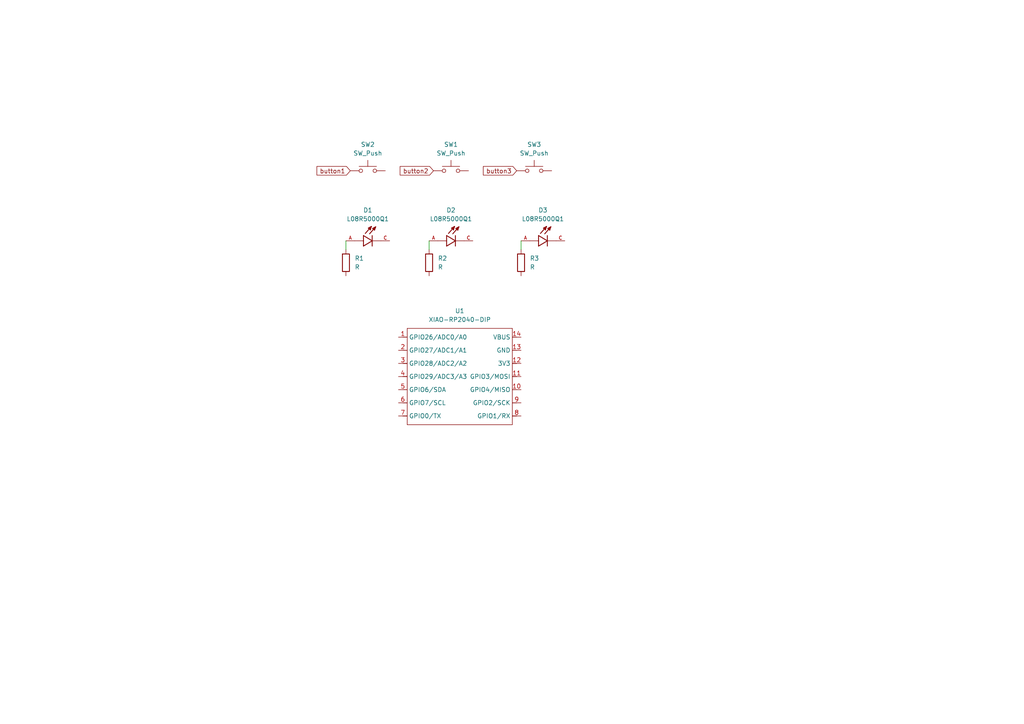
<source format=kicad_sch>
(kicad_sch
	(version 20250114)
	(generator "eeschema")
	(generator_version "9.0")
	(uuid "0b894cb9-cbc0-4cbc-8e23-113b71006e64")
	(paper "A4")
	(lib_symbols
		(symbol "Device:R"
			(pin_numbers
				(hide yes)
			)
			(pin_names
				(offset 0)
			)
			(exclude_from_sim no)
			(in_bom yes)
			(on_board yes)
			(property "Reference" "R"
				(at 2.032 0 90)
				(effects
					(font
						(size 1.27 1.27)
					)
				)
			)
			(property "Value" "R"
				(at 0 0 90)
				(effects
					(font
						(size 1.27 1.27)
					)
				)
			)
			(property "Footprint" ""
				(at -1.778 0 90)
				(effects
					(font
						(size 1.27 1.27)
					)
					(hide yes)
				)
			)
			(property "Datasheet" "~"
				(at 0 0 0)
				(effects
					(font
						(size 1.27 1.27)
					)
					(hide yes)
				)
			)
			(property "Description" "Resistor"
				(at 0 0 0)
				(effects
					(font
						(size 1.27 1.27)
					)
					(hide yes)
				)
			)
			(property "ki_keywords" "R res resistor"
				(at 0 0 0)
				(effects
					(font
						(size 1.27 1.27)
					)
					(hide yes)
				)
			)
			(property "ki_fp_filters" "R_*"
				(at 0 0 0)
				(effects
					(font
						(size 1.27 1.27)
					)
					(hide yes)
				)
			)
			(symbol "R_0_1"
				(rectangle
					(start -1.016 -2.54)
					(end 1.016 2.54)
					(stroke
						(width 0.254)
						(type default)
					)
					(fill
						(type none)
					)
				)
			)
			(symbol "R_1_1"
				(pin passive line
					(at 0 3.81 270)
					(length 1.27)
					(name "~"
						(effects
							(font
								(size 1.27 1.27)
							)
						)
					)
					(number "1"
						(effects
							(font
								(size 1.27 1.27)
							)
						)
					)
				)
				(pin passive line
					(at 0 -3.81 90)
					(length 1.27)
					(name "~"
						(effects
							(font
								(size 1.27 1.27)
							)
						)
					)
					(number "2"
						(effects
							(font
								(size 1.27 1.27)
							)
						)
					)
				)
			)
			(embedded_fonts no)
		)
		(symbol "L08R5000Q1:L08R5000Q1"
			(pin_names
				(offset 1.016)
			)
			(exclude_from_sim no)
			(in_bom yes)
			(on_board yes)
			(property "Reference" "D"
				(at -3.0988 4.4958 0)
				(effects
					(font
						(size 1.27 1.27)
					)
					(justify left bottom)
				)
			)
			(property "Value" "L08R5000Q1"
				(at -3.556 -3.302 0)
				(effects
					(font
						(size 1.27 1.27)
					)
					(justify left bottom)
				)
			)
			(property "Footprint" "L08R5000Q1:LEDRD254W57D500H1070"
				(at 0 0 0)
				(effects
					(font
						(size 1.27 1.27)
					)
					(justify bottom)
					(hide yes)
				)
			)
			(property "Datasheet" ""
				(at 0 0 0)
				(effects
					(font
						(size 1.27 1.27)
					)
					(hide yes)
				)
			)
			(property "Description" ""
				(at 0 0 0)
				(effects
					(font
						(size 1.27 1.27)
					)
					(hide yes)
				)
			)
			(property "MF" "LED Technology"
				(at 0 0 0)
				(effects
					(font
						(size 1.27 1.27)
					)
					(justify bottom)
					(hide yes)
				)
			)
			(property "MAXIMUM_PACKAGE_HEIGHT" "10.7mm"
				(at 0 0 0)
				(effects
					(font
						(size 1.27 1.27)
					)
					(justify bottom)
					(hide yes)
				)
			)
			(property "Package" "None"
				(at 0 0 0)
				(effects
					(font
						(size 1.27 1.27)
					)
					(justify bottom)
					(hide yes)
				)
			)
			(property "Price" "None"
				(at 0 0 0)
				(effects
					(font
						(size 1.27 1.27)
					)
					(justify bottom)
					(hide yes)
				)
			)
			(property "Check_prices" "https://www.snapeda.com/parts/L08R5000Q1/LED+Technology/view-part/?ref=eda"
				(at 0 0 0)
				(effects
					(font
						(size 1.27 1.27)
					)
					(justify bottom)
					(hide yes)
				)
			)
			(property "STANDARD" "IPC-7351B"
				(at 0 0 0)
				(effects
					(font
						(size 1.27 1.27)
					)
					(justify bottom)
					(hide yes)
				)
			)
			(property "PARTREV" "NA"
				(at 0 0 0)
				(effects
					(font
						(size 1.27 1.27)
					)
					(justify bottom)
					(hide yes)
				)
			)
			(property "SnapEDA_Link" "https://www.snapeda.com/parts/L08R5000Q1/LED+Technology/view-part/?ref=snap"
				(at 0 0 0)
				(effects
					(font
						(size 1.27 1.27)
					)
					(justify bottom)
					(hide yes)
				)
			)
			(property "MP" "L08R5000Q1"
				(at 0 0 0)
				(effects
					(font
						(size 1.27 1.27)
					)
					(justify bottom)
					(hide yes)
				)
			)
			(property "Description_1" "LED, 5MM, ORANGE; LED / Lamp Size: 5mm / T-1 3/4; LED Colour: Orange; Typ Luminous Intensity: 4.3mcd; Viewing Angle: ..."
				(at 0 0 0)
				(effects
					(font
						(size 1.27 1.27)
					)
					(justify bottom)
					(hide yes)
				)
			)
			(property "Availability" "Not in stock"
				(at 0 0 0)
				(effects
					(font
						(size 1.27 1.27)
					)
					(justify bottom)
					(hide yes)
				)
			)
			(property "MANUFACTURER" "LED TECHNOLOGY"
				(at 0 0 0)
				(effects
					(font
						(size 1.27 1.27)
					)
					(justify bottom)
					(hide yes)
				)
			)
			(symbol "L08R5000Q1_0_0"
				(polyline
					(pts
						(xy -2.54 1.524) (xy -2.54 0)
					)
					(stroke
						(width 0.254)
						(type default)
					)
					(fill
						(type none)
					)
				)
				(polyline
					(pts
						(xy -2.54 0) (xy -5.08 0)
					)
					(stroke
						(width 0.1524)
						(type default)
					)
					(fill
						(type none)
					)
				)
				(polyline
					(pts
						(xy -2.54 0) (xy -2.54 -1.524)
					)
					(stroke
						(width 0.254)
						(type default)
					)
					(fill
						(type none)
					)
				)
				(polyline
					(pts
						(xy -2.54 -1.524) (xy 0 0)
					)
					(stroke
						(width 0.254)
						(type default)
					)
					(fill
						(type none)
					)
				)
				(polyline
					(pts
						(xy -1.1176 3.683) (xy -0.2286 4.1656)
					)
					(stroke
						(width 0.254)
						(type default)
					)
					(fill
						(type none)
					)
				)
				(polyline
					(pts
						(xy -0.9398 3.6068) (xy -0.7112 3.7592)
					)
					(stroke
						(width 0.254)
						(type default)
					)
					(fill
						(type none)
					)
				)
				(polyline
					(pts
						(xy -0.5588 3.2004) (xy -1.1176 3.683)
					)
					(stroke
						(width 0.254)
						(type default)
					)
					(fill
						(type none)
					)
				)
				(polyline
					(pts
						(xy -0.5588 3.2004) (xy -0.5334 3.937)
					)
					(stroke
						(width 0.254)
						(type default)
					)
					(fill
						(type none)
					)
				)
				(polyline
					(pts
						(xy -0.5334 3.937) (xy -0.6604 3.937)
					)
					(stroke
						(width 0.254)
						(type default)
					)
					(fill
						(type none)
					)
				)
				(polyline
					(pts
						(xy -0.2286 4.1656) (xy -2.0066 2.1336)
					)
					(stroke
						(width 0.254)
						(type default)
					)
					(fill
						(type none)
					)
				)
				(polyline
					(pts
						(xy -0.2286 4.1656) (xy -0.5588 3.2004)
					)
					(stroke
						(width 0.254)
						(type default)
					)
					(fill
						(type none)
					)
				)
				(polyline
					(pts
						(xy 0 1.524) (xy 0 0)
					)
					(stroke
						(width 0.254)
						(type default)
					)
					(fill
						(type none)
					)
				)
				(polyline
					(pts
						(xy 0 0) (xy -2.54 1.524)
					)
					(stroke
						(width 0.254)
						(type default)
					)
					(fill
						(type none)
					)
				)
				(polyline
					(pts
						(xy 0 0) (xy 0 -1.524)
					)
					(stroke
						(width 0.254)
						(type default)
					)
					(fill
						(type none)
					)
				)
				(polyline
					(pts
						(xy 0.127 3.5814) (xy 1.016 4.064)
					)
					(stroke
						(width 0.254)
						(type default)
					)
					(fill
						(type none)
					)
				)
				(polyline
					(pts
						(xy 0.3048 3.5052) (xy 0.5334 3.6576)
					)
					(stroke
						(width 0.254)
						(type default)
					)
					(fill
						(type none)
					)
				)
				(polyline
					(pts
						(xy 0.6858 3.0988) (xy 0.127 3.5814)
					)
					(stroke
						(width 0.254)
						(type default)
					)
					(fill
						(type none)
					)
				)
				(polyline
					(pts
						(xy 0.6858 3.0988) (xy 0.7112 3.8354)
					)
					(stroke
						(width 0.254)
						(type default)
					)
					(fill
						(type none)
					)
				)
				(polyline
					(pts
						(xy 0.7112 3.8354) (xy 0.5842 3.8354)
					)
					(stroke
						(width 0.254)
						(type default)
					)
					(fill
						(type none)
					)
				)
				(polyline
					(pts
						(xy 1.016 4.064) (xy -0.762 2.032)
					)
					(stroke
						(width 0.254)
						(type default)
					)
					(fill
						(type none)
					)
				)
				(polyline
					(pts
						(xy 1.016 4.064) (xy 0.6858 3.0988)
					)
					(stroke
						(width 0.254)
						(type default)
					)
					(fill
						(type none)
					)
				)
				(polyline
					(pts
						(xy 2.54 0) (xy 0 0)
					)
					(stroke
						(width 0.1524)
						(type default)
					)
					(fill
						(type none)
					)
				)
				(pin passive line
					(at -7.62 0 0)
					(length 2.54)
					(name "~"
						(effects
							(font
								(size 1.016 1.016)
							)
						)
					)
					(number "A"
						(effects
							(font
								(size 1.016 1.016)
							)
						)
					)
				)
				(pin passive line
					(at 5.08 0 180)
					(length 2.54)
					(name "~"
						(effects
							(font
								(size 1.016 1.016)
							)
						)
					)
					(number "C"
						(effects
							(font
								(size 1.016 1.016)
							)
						)
					)
				)
			)
			(embedded_fonts no)
		)
		(symbol "SW_Push_1"
			(pin_numbers
				(hide yes)
			)
			(pin_names
				(offset 1.016)
				(hide yes)
			)
			(exclude_from_sim no)
			(in_bom yes)
			(on_board yes)
			(property "Reference" "SW"
				(at 1.27 2.54 0)
				(effects
					(font
						(size 1.27 1.27)
					)
					(justify left)
				)
			)
			(property "Value" "SW_Push"
				(at 0 -1.524 0)
				(effects
					(font
						(size 1.27 1.27)
					)
				)
			)
			(property "Footprint" ""
				(at 0 5.08 0)
				(effects
					(font
						(size 1.27 1.27)
					)
					(hide yes)
				)
			)
			(property "Datasheet" "~"
				(at 0 5.08 0)
				(effects
					(font
						(size 1.27 1.27)
					)
					(hide yes)
				)
			)
			(property "Description" "Push button switch, generic, two pins"
				(at 0 0 0)
				(effects
					(font
						(size 1.27 1.27)
					)
					(hide yes)
				)
			)
			(property "ki_keywords" "switch normally-open pushbutton push-button"
				(at 0 0 0)
				(effects
					(font
						(size 1.27 1.27)
					)
					(hide yes)
				)
			)
			(symbol "SW_Push_1_0_1"
				(circle
					(center -2.032 0)
					(radius 0.508)
					(stroke
						(width 0)
						(type default)
					)
					(fill
						(type none)
					)
				)
				(polyline
					(pts
						(xy 0 1.27) (xy 0 3.048)
					)
					(stroke
						(width 0)
						(type default)
					)
					(fill
						(type none)
					)
				)
				(circle
					(center 2.032 0)
					(radius 0.508)
					(stroke
						(width 0)
						(type default)
					)
					(fill
						(type none)
					)
				)
				(polyline
					(pts
						(xy 2.54 1.27) (xy -2.54 1.27)
					)
					(stroke
						(width 0)
						(type default)
					)
					(fill
						(type none)
					)
				)
				(pin passive line
					(at -5.08 0 0)
					(length 2.54)
					(name "1"
						(effects
							(font
								(size 1.27 1.27)
							)
						)
					)
					(number "1"
						(effects
							(font
								(size 1.27 1.27)
							)
						)
					)
				)
				(pin passive line
					(at 5.08 0 180)
					(length 2.54)
					(name "2"
						(effects
							(font
								(size 1.27 1.27)
							)
						)
					)
					(number "2"
						(effects
							(font
								(size 1.27 1.27)
							)
						)
					)
				)
			)
			(embedded_fonts no)
		)
		(symbol "Seeed_Studio_XIAO_Series:XIAO-RP2040-DIP"
			(exclude_from_sim no)
			(in_bom yes)
			(on_board yes)
			(property "Reference" "U"
				(at 0 0 0)
				(effects
					(font
						(size 1.27 1.27)
					)
				)
			)
			(property "Value" "XIAO-RP2040-DIP"
				(at 5.334 -1.778 0)
				(effects
					(font
						(size 1.27 1.27)
					)
				)
			)
			(property "Footprint" "Module:MOUDLE14P-XIAO-DIP-SMD"
				(at 14.478 -32.258 0)
				(effects
					(font
						(size 1.27 1.27)
					)
					(hide yes)
				)
			)
			(property "Datasheet" ""
				(at 0 0 0)
				(effects
					(font
						(size 1.27 1.27)
					)
					(hide yes)
				)
			)
			(property "Description" ""
				(at 0 0 0)
				(effects
					(font
						(size 1.27 1.27)
					)
					(hide yes)
				)
			)
			(symbol "XIAO-RP2040-DIP_1_0"
				(polyline
					(pts
						(xy -1.27 -2.54) (xy 29.21 -2.54)
					)
					(stroke
						(width 0.1524)
						(type solid)
					)
					(fill
						(type none)
					)
				)
				(polyline
					(pts
						(xy -1.27 -5.08) (xy -2.54 -5.08)
					)
					(stroke
						(width 0.1524)
						(type solid)
					)
					(fill
						(type none)
					)
				)
				(polyline
					(pts
						(xy -1.27 -5.08) (xy -1.27 -2.54)
					)
					(stroke
						(width 0.1524)
						(type solid)
					)
					(fill
						(type none)
					)
				)
				(polyline
					(pts
						(xy -1.27 -8.89) (xy -2.54 -8.89)
					)
					(stroke
						(width 0.1524)
						(type solid)
					)
					(fill
						(type none)
					)
				)
				(polyline
					(pts
						(xy -1.27 -8.89) (xy -1.27 -5.08)
					)
					(stroke
						(width 0.1524)
						(type solid)
					)
					(fill
						(type none)
					)
				)
				(polyline
					(pts
						(xy -1.27 -12.7) (xy -2.54 -12.7)
					)
					(stroke
						(width 0.1524)
						(type solid)
					)
					(fill
						(type none)
					)
				)
				(polyline
					(pts
						(xy -1.27 -12.7) (xy -1.27 -8.89)
					)
					(stroke
						(width 0.1524)
						(type solid)
					)
					(fill
						(type none)
					)
				)
				(polyline
					(pts
						(xy -1.27 -16.51) (xy -2.54 -16.51)
					)
					(stroke
						(width 0.1524)
						(type solid)
					)
					(fill
						(type none)
					)
				)
				(polyline
					(pts
						(xy -1.27 -16.51) (xy -1.27 -12.7)
					)
					(stroke
						(width 0.1524)
						(type solid)
					)
					(fill
						(type none)
					)
				)
				(polyline
					(pts
						(xy -1.27 -20.32) (xy -2.54 -20.32)
					)
					(stroke
						(width 0.1524)
						(type solid)
					)
					(fill
						(type none)
					)
				)
				(polyline
					(pts
						(xy -1.27 -24.13) (xy -2.54 -24.13)
					)
					(stroke
						(width 0.1524)
						(type solid)
					)
					(fill
						(type none)
					)
				)
				(polyline
					(pts
						(xy -1.27 -27.94) (xy -2.54 -27.94)
					)
					(stroke
						(width 0.1524)
						(type solid)
					)
					(fill
						(type none)
					)
				)
				(polyline
					(pts
						(xy -1.27 -30.48) (xy -1.27 -16.51)
					)
					(stroke
						(width 0.1524)
						(type solid)
					)
					(fill
						(type none)
					)
				)
				(polyline
					(pts
						(xy 29.21 -2.54) (xy 29.21 -5.08)
					)
					(stroke
						(width 0.1524)
						(type solid)
					)
					(fill
						(type none)
					)
				)
				(polyline
					(pts
						(xy 29.21 -5.08) (xy 29.21 -8.89)
					)
					(stroke
						(width 0.1524)
						(type solid)
					)
					(fill
						(type none)
					)
				)
				(polyline
					(pts
						(xy 29.21 -8.89) (xy 29.21 -12.7)
					)
					(stroke
						(width 0.1524)
						(type solid)
					)
					(fill
						(type none)
					)
				)
				(polyline
					(pts
						(xy 29.21 -12.7) (xy 29.21 -30.48)
					)
					(stroke
						(width 0.1524)
						(type solid)
					)
					(fill
						(type none)
					)
				)
				(polyline
					(pts
						(xy 29.21 -30.48) (xy -1.27 -30.48)
					)
					(stroke
						(width 0.1524)
						(type solid)
					)
					(fill
						(type none)
					)
				)
				(polyline
					(pts
						(xy 30.48 -5.08) (xy 29.21 -5.08)
					)
					(stroke
						(width 0.1524)
						(type solid)
					)
					(fill
						(type none)
					)
				)
				(polyline
					(pts
						(xy 30.48 -8.89) (xy 29.21 -8.89)
					)
					(stroke
						(width 0.1524)
						(type solid)
					)
					(fill
						(type none)
					)
				)
				(polyline
					(pts
						(xy 30.48 -12.7) (xy 29.21 -12.7)
					)
					(stroke
						(width 0.1524)
						(type solid)
					)
					(fill
						(type none)
					)
				)
				(polyline
					(pts
						(xy 30.48 -16.51) (xy 29.21 -16.51)
					)
					(stroke
						(width 0.1524)
						(type solid)
					)
					(fill
						(type none)
					)
				)
				(polyline
					(pts
						(xy 30.48 -20.32) (xy 29.21 -20.32)
					)
					(stroke
						(width 0.1524)
						(type solid)
					)
					(fill
						(type none)
					)
				)
				(polyline
					(pts
						(xy 30.48 -24.13) (xy 29.21 -24.13)
					)
					(stroke
						(width 0.1524)
						(type solid)
					)
					(fill
						(type none)
					)
				)
				(polyline
					(pts
						(xy 30.48 -27.94) (xy 29.21 -27.94)
					)
					(stroke
						(width 0.1524)
						(type solid)
					)
					(fill
						(type none)
					)
				)
				(pin passive line
					(at -3.81 -5.08 0)
					(length 2.54)
					(name "GPIO26/ADC0/A0"
						(effects
							(font
								(size 1.27 1.27)
							)
						)
					)
					(number "1"
						(effects
							(font
								(size 1.27 1.27)
							)
						)
					)
				)
				(pin passive line
					(at -3.81 -8.89 0)
					(length 2.54)
					(name "GPIO27/ADC1/A1"
						(effects
							(font
								(size 1.27 1.27)
							)
						)
					)
					(number "2"
						(effects
							(font
								(size 1.27 1.27)
							)
						)
					)
				)
				(pin passive line
					(at -3.81 -12.7 0)
					(length 2.54)
					(name "GPIO28/ADC2/A2"
						(effects
							(font
								(size 1.27 1.27)
							)
						)
					)
					(number "3"
						(effects
							(font
								(size 1.27 1.27)
							)
						)
					)
				)
				(pin passive line
					(at -3.81 -16.51 0)
					(length 2.54)
					(name "GPIO29/ADC3/A3"
						(effects
							(font
								(size 1.27 1.27)
							)
						)
					)
					(number "4"
						(effects
							(font
								(size 1.27 1.27)
							)
						)
					)
				)
				(pin passive line
					(at -3.81 -20.32 0)
					(length 2.54)
					(name "GPIO6/SDA"
						(effects
							(font
								(size 1.27 1.27)
							)
						)
					)
					(number "5"
						(effects
							(font
								(size 1.27 1.27)
							)
						)
					)
				)
				(pin passive line
					(at -3.81 -24.13 0)
					(length 2.54)
					(name "GPIO7/SCL"
						(effects
							(font
								(size 1.27 1.27)
							)
						)
					)
					(number "6"
						(effects
							(font
								(size 1.27 1.27)
							)
						)
					)
				)
				(pin passive line
					(at -3.81 -27.94 0)
					(length 2.54)
					(name "GPIO0/TX"
						(effects
							(font
								(size 1.27 1.27)
							)
						)
					)
					(number "7"
						(effects
							(font
								(size 1.27 1.27)
							)
						)
					)
				)
				(pin passive line
					(at 31.75 -5.08 180)
					(length 2.54)
					(name "VBUS"
						(effects
							(font
								(size 1.27 1.27)
							)
						)
					)
					(number "14"
						(effects
							(font
								(size 1.27 1.27)
							)
						)
					)
				)
				(pin passive line
					(at 31.75 -8.89 180)
					(length 2.54)
					(name "GND"
						(effects
							(font
								(size 1.27 1.27)
							)
						)
					)
					(number "13"
						(effects
							(font
								(size 1.27 1.27)
							)
						)
					)
				)
				(pin passive line
					(at 31.75 -12.7 180)
					(length 2.54)
					(name "3V3"
						(effects
							(font
								(size 1.27 1.27)
							)
						)
					)
					(number "12"
						(effects
							(font
								(size 1.27 1.27)
							)
						)
					)
				)
				(pin passive line
					(at 31.75 -16.51 180)
					(length 2.54)
					(name "GPIO3/MOSI"
						(effects
							(font
								(size 1.27 1.27)
							)
						)
					)
					(number "11"
						(effects
							(font
								(size 1.27 1.27)
							)
						)
					)
				)
				(pin passive line
					(at 31.75 -20.32 180)
					(length 2.54)
					(name "GPIO4/MISO"
						(effects
							(font
								(size 1.27 1.27)
							)
						)
					)
					(number "10"
						(effects
							(font
								(size 1.27 1.27)
							)
						)
					)
				)
				(pin passive line
					(at 31.75 -24.13 180)
					(length 2.54)
					(name "GPIO2/SCK"
						(effects
							(font
								(size 1.27 1.27)
							)
						)
					)
					(number "9"
						(effects
							(font
								(size 1.27 1.27)
							)
						)
					)
				)
				(pin passive line
					(at 31.75 -27.94 180)
					(length 2.54)
					(name "GPIO1/RX"
						(effects
							(font
								(size 1.27 1.27)
							)
						)
					)
					(number "8"
						(effects
							(font
								(size 1.27 1.27)
							)
						)
					)
				)
			)
			(embedded_fonts no)
		)
		(symbol "Switch:SW_Push"
			(pin_numbers
				(hide yes)
			)
			(pin_names
				(offset 1.016)
				(hide yes)
			)
			(exclude_from_sim no)
			(in_bom yes)
			(on_board yes)
			(property "Reference" "SW"
				(at 1.27 2.54 0)
				(effects
					(font
						(size 1.27 1.27)
					)
					(justify left)
				)
			)
			(property "Value" "SW_Push"
				(at 0 -1.524 0)
				(effects
					(font
						(size 1.27 1.27)
					)
				)
			)
			(property "Footprint" ""
				(at 0 5.08 0)
				(effects
					(font
						(size 1.27 1.27)
					)
					(hide yes)
				)
			)
			(property "Datasheet" "~"
				(at 0 5.08 0)
				(effects
					(font
						(size 1.27 1.27)
					)
					(hide yes)
				)
			)
			(property "Description" "Push button switch, generic, two pins"
				(at 0 0 0)
				(effects
					(font
						(size 1.27 1.27)
					)
					(hide yes)
				)
			)
			(property "ki_keywords" "switch normally-open pushbutton push-button"
				(at 0 0 0)
				(effects
					(font
						(size 1.27 1.27)
					)
					(hide yes)
				)
			)
			(symbol "SW_Push_0_1"
				(circle
					(center -2.032 0)
					(radius 0.508)
					(stroke
						(width 0)
						(type default)
					)
					(fill
						(type none)
					)
				)
				(polyline
					(pts
						(xy 0 1.27) (xy 0 3.048)
					)
					(stroke
						(width 0)
						(type default)
					)
					(fill
						(type none)
					)
				)
				(circle
					(center 2.032 0)
					(radius 0.508)
					(stroke
						(width 0)
						(type default)
					)
					(fill
						(type none)
					)
				)
				(polyline
					(pts
						(xy 2.54 1.27) (xy -2.54 1.27)
					)
					(stroke
						(width 0)
						(type default)
					)
					(fill
						(type none)
					)
				)
				(pin passive line
					(at -5.08 0 0)
					(length 2.54)
					(name "1"
						(effects
							(font
								(size 1.27 1.27)
							)
						)
					)
					(number "1"
						(effects
							(font
								(size 1.27 1.27)
							)
						)
					)
				)
				(pin passive line
					(at 5.08 0 180)
					(length 2.54)
					(name "2"
						(effects
							(font
								(size 1.27 1.27)
							)
						)
					)
					(number "2"
						(effects
							(font
								(size 1.27 1.27)
							)
						)
					)
				)
			)
			(embedded_fonts no)
		)
	)
	(wire
		(pts
			(xy 100.33 69.85) (xy 100.33 72.39)
		)
		(stroke
			(width 0)
			(type default)
		)
		(uuid "2ef10d52-c201-4d5a-be68-19410c2aa286")
	)
	(wire
		(pts
			(xy 151.13 69.85) (xy 151.13 72.39)
		)
		(stroke
			(width 0)
			(type default)
		)
		(uuid "5876e5c5-38cf-40ad-b486-cf36e2ec9187")
	)
	(wire
		(pts
			(xy 124.46 69.85) (xy 124.46 72.39)
		)
		(stroke
			(width 0)
			(type default)
		)
		(uuid "d9cf546b-6ee2-4d9f-8e4f-e9fe6f5abbc1")
	)
	(global_label "button3"
		(shape input)
		(at 149.86 49.53 180)
		(fields_autoplaced yes)
		(effects
			(font
				(size 1.27 1.27)
			)
			(justify right)
		)
		(uuid "910ff241-2dbb-4701-bec5-8a9410f75dfc")
		(property "Intersheetrefs" "${INTERSHEET_REFS}"
			(at 139.6179 49.53 0)
			(effects
				(font
					(size 1.27 1.27)
				)
				(justify right)
				(hide yes)
			)
		)
	)
	(global_label "button1"
		(shape input)
		(at 101.6 49.53 180)
		(fields_autoplaced yes)
		(effects
			(font
				(size 1.27 1.27)
			)
			(justify right)
		)
		(uuid "addde4ae-e2ea-4d2d-9da6-3d9c2c0cb7bd")
		(property "Intersheetrefs" "${INTERSHEET_REFS}"
			(at 91.3579 49.53 0)
			(effects
				(font
					(size 1.27 1.27)
				)
				(justify right)
				(hide yes)
			)
		)
	)
	(global_label "button2"
		(shape input)
		(at 125.73 49.53 180)
		(fields_autoplaced yes)
		(effects
			(font
				(size 1.27 1.27)
			)
			(justify right)
		)
		(uuid "b396e619-ff45-4e01-808f-a1b4fcf37a66")
		(property "Intersheetrefs" "${INTERSHEET_REFS}"
			(at 115.4879 49.53 0)
			(effects
				(font
					(size 1.27 1.27)
				)
				(justify right)
				(hide yes)
			)
		)
	)
	(symbol
		(lib_id "L08R5000Q1:L08R5000Q1")
		(at 107.95 69.85 0)
		(unit 1)
		(exclude_from_sim no)
		(in_bom yes)
		(on_board yes)
		(dnp no)
		(fields_autoplaced yes)
		(uuid "0438bc1c-b56e-4808-b3c7-f14065074a42")
		(property "Reference" "D1"
			(at 106.68 60.96 0)
			(effects
				(font
					(size 1.27 1.27)
				)
			)
		)
		(property "Value" "L08R5000Q1"
			(at 106.68 63.5 0)
			(effects
				(font
					(size 1.27 1.27)
				)
			)
		)
		(property "Footprint" "L08R5000Q1:LEDRD254W57D500H1070"
			(at 107.95 69.85 0)
			(effects
				(font
					(size 1.27 1.27)
				)
				(justify bottom)
				(hide yes)
			)
		)
		(property "Datasheet" ""
			(at 107.95 69.85 0)
			(effects
				(font
					(size 1.27 1.27)
				)
				(hide yes)
			)
		)
		(property "Description" ""
			(at 107.95 69.85 0)
			(effects
				(font
					(size 1.27 1.27)
				)
				(hide yes)
			)
		)
		(property "MF" "LED Technology"
			(at 107.95 69.85 0)
			(effects
				(font
					(size 1.27 1.27)
				)
				(justify bottom)
				(hide yes)
			)
		)
		(property "MAXIMUM_PACKAGE_HEIGHT" "10.7mm"
			(at 107.95 69.85 0)
			(effects
				(font
					(size 1.27 1.27)
				)
				(justify bottom)
				(hide yes)
			)
		)
		(property "Package" "None"
			(at 107.95 69.85 0)
			(effects
				(font
					(size 1.27 1.27)
				)
				(justify bottom)
				(hide yes)
			)
		)
		(property "Price" "None"
			(at 107.95 69.85 0)
			(effects
				(font
					(size 1.27 1.27)
				)
				(justify bottom)
				(hide yes)
			)
		)
		(property "Check_prices" "https://www.snapeda.com/parts/L08R5000Q1/LED+Technology/view-part/?ref=eda"
			(at 107.95 69.85 0)
			(effects
				(font
					(size 1.27 1.27)
				)
				(justify bottom)
				(hide yes)
			)
		)
		(property "STANDARD" "IPC-7351B"
			(at 107.95 69.85 0)
			(effects
				(font
					(size 1.27 1.27)
				)
				(justify bottom)
				(hide yes)
			)
		)
		(property "PARTREV" "NA"
			(at 107.95 69.85 0)
			(effects
				(font
					(size 1.27 1.27)
				)
				(justify bottom)
				(hide yes)
			)
		)
		(property "SnapEDA_Link" "https://www.snapeda.com/parts/L08R5000Q1/LED+Technology/view-part/?ref=snap"
			(at 107.95 69.85 0)
			(effects
				(font
					(size 1.27 1.27)
				)
				(justify bottom)
				(hide yes)
			)
		)
		(property "MP" "L08R5000Q1"
			(at 107.95 69.85 0)
			(effects
				(font
					(size 1.27 1.27)
				)
				(justify bottom)
				(hide yes)
			)
		)
		(property "Description_1" "LED, 5MM, ORANGE; LED / Lamp Size: 5mm / T-1 3/4; LED Colour: Orange; Typ Luminous Intensity: 4.3mcd; Viewing Angle: ..."
			(at 107.95 69.85 0)
			(effects
				(font
					(size 1.27 1.27)
				)
				(justify bottom)
				(hide yes)
			)
		)
		(property "Availability" "Not in stock"
			(at 107.95 69.85 0)
			(effects
				(font
					(size 1.27 1.27)
				)
				(justify bottom)
				(hide yes)
			)
		)
		(property "MANUFACTURER" "LED TECHNOLOGY"
			(at 107.95 69.85 0)
			(effects
				(font
					(size 1.27 1.27)
				)
				(justify bottom)
				(hide yes)
			)
		)
		(pin "C"
			(uuid "3150558a-527b-4499-b251-0f71610c28b5")
		)
		(pin "A"
			(uuid "993bc506-23b3-4ca5-933b-942272c2c1ea")
		)
		(instances
			(project ""
				(path "/0b894cb9-cbc0-4cbc-8e23-113b71006e64"
					(reference "D1")
					(unit 1)
				)
			)
		)
	)
	(symbol
		(lib_id "L08R5000Q1:L08R5000Q1")
		(at 132.08 69.85 0)
		(unit 1)
		(exclude_from_sim no)
		(in_bom yes)
		(on_board yes)
		(dnp no)
		(fields_autoplaced yes)
		(uuid "20f9ec4f-48e8-43b8-8317-8437261dc325")
		(property "Reference" "D2"
			(at 130.81 60.96 0)
			(effects
				(font
					(size 1.27 1.27)
				)
			)
		)
		(property "Value" "L08R5000Q1"
			(at 130.81 63.5 0)
			(effects
				(font
					(size 1.27 1.27)
				)
			)
		)
		(property "Footprint" "L08R5000Q1:LEDRD254W57D500H1070"
			(at 132.08 69.85 0)
			(effects
				(font
					(size 1.27 1.27)
				)
				(justify bottom)
				(hide yes)
			)
		)
		(property "Datasheet" ""
			(at 132.08 69.85 0)
			(effects
				(font
					(size 1.27 1.27)
				)
				(hide yes)
			)
		)
		(property "Description" ""
			(at 132.08 69.85 0)
			(effects
				(font
					(size 1.27 1.27)
				)
				(hide yes)
			)
		)
		(property "MF" "LED Technology"
			(at 132.08 69.85 0)
			(effects
				(font
					(size 1.27 1.27)
				)
				(justify bottom)
				(hide yes)
			)
		)
		(property "MAXIMUM_PACKAGE_HEIGHT" "10.7mm"
			(at 132.08 69.85 0)
			(effects
				(font
					(size 1.27 1.27)
				)
				(justify bottom)
				(hide yes)
			)
		)
		(property "Package" "None"
			(at 132.08 69.85 0)
			(effects
				(font
					(size 1.27 1.27)
				)
				(justify bottom)
				(hide yes)
			)
		)
		(property "Price" "None"
			(at 132.08 69.85 0)
			(effects
				(font
					(size 1.27 1.27)
				)
				(justify bottom)
				(hide yes)
			)
		)
		(property "Check_prices" "https://www.snapeda.com/parts/L08R5000Q1/LED+Technology/view-part/?ref=eda"
			(at 132.08 69.85 0)
			(effects
				(font
					(size 1.27 1.27)
				)
				(justify bottom)
				(hide yes)
			)
		)
		(property "STANDARD" "IPC-7351B"
			(at 132.08 69.85 0)
			(effects
				(font
					(size 1.27 1.27)
				)
				(justify bottom)
				(hide yes)
			)
		)
		(property "PARTREV" "NA"
			(at 132.08 69.85 0)
			(effects
				(font
					(size 1.27 1.27)
				)
				(justify bottom)
				(hide yes)
			)
		)
		(property "SnapEDA_Link" "https://www.snapeda.com/parts/L08R5000Q1/LED+Technology/view-part/?ref=snap"
			(at 132.08 69.85 0)
			(effects
				(font
					(size 1.27 1.27)
				)
				(justify bottom)
				(hide yes)
			)
		)
		(property "MP" "L08R5000Q1"
			(at 132.08 69.85 0)
			(effects
				(font
					(size 1.27 1.27)
				)
				(justify bottom)
				(hide yes)
			)
		)
		(property "Description_1" "LED, 5MM, ORANGE; LED / Lamp Size: 5mm / T-1 3/4; LED Colour: Orange; Typ Luminous Intensity: 4.3mcd; Viewing Angle: ..."
			(at 132.08 69.85 0)
			(effects
				(font
					(size 1.27 1.27)
				)
				(justify bottom)
				(hide yes)
			)
		)
		(property "Availability" "Not in stock"
			(at 132.08 69.85 0)
			(effects
				(font
					(size 1.27 1.27)
				)
				(justify bottom)
				(hide yes)
			)
		)
		(property "MANUFACTURER" "LED TECHNOLOGY"
			(at 132.08 69.85 0)
			(effects
				(font
					(size 1.27 1.27)
				)
				(justify bottom)
				(hide yes)
			)
		)
		(pin "C"
			(uuid "f2a486f6-a6d2-48f6-96a1-bd5c023f55a0")
		)
		(pin "A"
			(uuid "341f720a-4f05-49c0-a3b9-0d53645e717e")
		)
		(instances
			(project ""
				(path "/0b894cb9-cbc0-4cbc-8e23-113b71006e64"
					(reference "D2")
					(unit 1)
				)
			)
		)
	)
	(symbol
		(lib_id "L08R5000Q1:L08R5000Q1")
		(at 158.75 69.85 0)
		(unit 1)
		(exclude_from_sim no)
		(in_bom yes)
		(on_board yes)
		(dnp no)
		(fields_autoplaced yes)
		(uuid "38c24179-3d73-4e9b-bdc1-eabdd89e3de8")
		(property "Reference" "D3"
			(at 157.48 60.96 0)
			(effects
				(font
					(size 1.27 1.27)
				)
			)
		)
		(property "Value" "L08R5000Q1"
			(at 157.48 63.5 0)
			(effects
				(font
					(size 1.27 1.27)
				)
			)
		)
		(property "Footprint" "L08R5000Q1:LEDRD254W57D500H1070"
			(at 158.75 69.85 0)
			(effects
				(font
					(size 1.27 1.27)
				)
				(justify bottom)
				(hide yes)
			)
		)
		(property "Datasheet" ""
			(at 158.75 69.85 0)
			(effects
				(font
					(size 1.27 1.27)
				)
				(hide yes)
			)
		)
		(property "Description" ""
			(at 158.75 69.85 0)
			(effects
				(font
					(size 1.27 1.27)
				)
				(hide yes)
			)
		)
		(property "MF" "LED Technology"
			(at 158.75 69.85 0)
			(effects
				(font
					(size 1.27 1.27)
				)
				(justify bottom)
				(hide yes)
			)
		)
		(property "MAXIMUM_PACKAGE_HEIGHT" "10.7mm"
			(at 158.75 69.85 0)
			(effects
				(font
					(size 1.27 1.27)
				)
				(justify bottom)
				(hide yes)
			)
		)
		(property "Package" "None"
			(at 158.75 69.85 0)
			(effects
				(font
					(size 1.27 1.27)
				)
				(justify bottom)
				(hide yes)
			)
		)
		(property "Price" "None"
			(at 158.75 69.85 0)
			(effects
				(font
					(size 1.27 1.27)
				)
				(justify bottom)
				(hide yes)
			)
		)
		(property "Check_prices" "https://www.snapeda.com/parts/L08R5000Q1/LED+Technology/view-part/?ref=eda"
			(at 158.75 69.85 0)
			(effects
				(font
					(size 1.27 1.27)
				)
				(justify bottom)
				(hide yes)
			)
		)
		(property "STANDARD" "IPC-7351B"
			(at 158.75 69.85 0)
			(effects
				(font
					(size 1.27 1.27)
				)
				(justify bottom)
				(hide yes)
			)
		)
		(property "PARTREV" "NA"
			(at 158.75 69.85 0)
			(effects
				(font
					(size 1.27 1.27)
				)
				(justify bottom)
				(hide yes)
			)
		)
		(property "SnapEDA_Link" "https://www.snapeda.com/parts/L08R5000Q1/LED+Technology/view-part/?ref=snap"
			(at 158.75 69.85 0)
			(effects
				(font
					(size 1.27 1.27)
				)
				(justify bottom)
				(hide yes)
			)
		)
		(property "MP" "L08R5000Q1"
			(at 158.75 69.85 0)
			(effects
				(font
					(size 1.27 1.27)
				)
				(justify bottom)
				(hide yes)
			)
		)
		(property "Description_1" "LED, 5MM, ORANGE; LED / Lamp Size: 5mm / T-1 3/4; LED Colour: Orange; Typ Luminous Intensity: 4.3mcd; Viewing Angle: ..."
			(at 158.75 69.85 0)
			(effects
				(font
					(size 1.27 1.27)
				)
				(justify bottom)
				(hide yes)
			)
		)
		(property "Availability" "Not in stock"
			(at 158.75 69.85 0)
			(effects
				(font
					(size 1.27 1.27)
				)
				(justify bottom)
				(hide yes)
			)
		)
		(property "MANUFACTURER" "LED TECHNOLOGY"
			(at 158.75 69.85 0)
			(effects
				(font
					(size 1.27 1.27)
				)
				(justify bottom)
				(hide yes)
			)
		)
		(pin "C"
			(uuid "3efd48fb-cb48-470d-aa9f-5651ab2ecd55")
		)
		(pin "A"
			(uuid "6287dcd5-bade-4687-a699-9c588f44cda3")
		)
		(instances
			(project ""
				(path "/0b894cb9-cbc0-4cbc-8e23-113b71006e64"
					(reference "D3")
					(unit 1)
				)
			)
		)
	)
	(symbol
		(lib_id "Seeed_Studio_XIAO_Series:XIAO-RP2040-DIP")
		(at 119.38 92.71 0)
		(unit 1)
		(exclude_from_sim no)
		(in_bom yes)
		(on_board yes)
		(dnp no)
		(fields_autoplaced yes)
		(uuid "4442c883-3281-4823-8b30-c7865ecbbc75")
		(property "Reference" "U1"
			(at 133.35 90.17 0)
			(effects
				(font
					(size 1.27 1.27)
				)
			)
		)
		(property "Value" "XIAO-RP2040-DIP"
			(at 133.35 92.71 0)
			(effects
				(font
					(size 1.27 1.27)
				)
			)
		)
		(property "Footprint" "Module:MOUDLE14P-XIAO-DIP-SMD"
			(at 133.858 124.968 0)
			(effects
				(font
					(size 1.27 1.27)
				)
				(hide yes)
			)
		)
		(property "Datasheet" ""
			(at 119.38 92.71 0)
			(effects
				(font
					(size 1.27 1.27)
				)
				(hide yes)
			)
		)
		(property "Description" ""
			(at 119.38 92.71 0)
			(effects
				(font
					(size 1.27 1.27)
				)
				(hide yes)
			)
		)
		(pin "11"
			(uuid "fd72be38-d17f-433d-9e9f-04c4b6538156")
		)
		(pin "5"
			(uuid "5783f3f9-d781-4259-b709-cf71e06ce6ad")
		)
		(pin "14"
			(uuid "a5a40b86-db50-4f2f-bccc-d723985126bc")
		)
		(pin "12"
			(uuid "e58fba99-96ac-49a7-998a-3ba81f2f7366")
		)
		(pin "4"
			(uuid "c0f76579-0cd1-4127-bbe8-125d11621cad")
		)
		(pin "6"
			(uuid "d2e5a787-7f6e-495e-b7f3-b9105d7a4e1f")
		)
		(pin "8"
			(uuid "d3bea387-04ef-406c-a15e-44b1376df9e5")
		)
		(pin "3"
			(uuid "0f1422c6-16ca-48bf-bf0c-6c814ef53cb0")
		)
		(pin "1"
			(uuid "2047c91d-9582-4a50-a808-a448ba99daa8")
		)
		(pin "13"
			(uuid "165b1f7a-6c92-4f3a-b2f4-95913a34f4a9")
		)
		(pin "10"
			(uuid "05343615-ec2f-4db0-9758-663eccf142bb")
		)
		(pin "9"
			(uuid "966ce2b2-37e3-4c6c-b7ca-01ca3a8f229a")
		)
		(pin "2"
			(uuid "eb7ea755-b0dd-4b68-aaa9-807c1bcde0bd")
		)
		(pin "7"
			(uuid "563ae4cc-7e5a-4c70-9191-55362c3d9db3")
		)
		(instances
			(project ""
				(path "/0b894cb9-cbc0-4cbc-8e23-113b71006e64"
					(reference "U1")
					(unit 1)
				)
			)
		)
	)
	(symbol
		(lib_id "Device:R")
		(at 124.46 76.2 0)
		(unit 1)
		(exclude_from_sim no)
		(in_bom yes)
		(on_board yes)
		(dnp no)
		(fields_autoplaced yes)
		(uuid "53045159-b375-4586-9d29-6900c435f7c8")
		(property "Reference" "R2"
			(at 127 74.9299 0)
			(effects
				(font
					(size 1.27 1.27)
				)
				(justify left)
			)
		)
		(property "Value" "R"
			(at 127 77.4699 0)
			(effects
				(font
					(size 1.27 1.27)
				)
				(justify left)
			)
		)
		(property "Footprint" ""
			(at 122.682 76.2 90)
			(effects
				(font
					(size 1.27 1.27)
				)
				(hide yes)
			)
		)
		(property "Datasheet" "~"
			(at 124.46 76.2 0)
			(effects
				(font
					(size 1.27 1.27)
				)
				(hide yes)
			)
		)
		(property "Description" "Resistor"
			(at 124.46 76.2 0)
			(effects
				(font
					(size 1.27 1.27)
				)
				(hide yes)
			)
		)
		(pin "1"
			(uuid "e1aefb76-7f4f-43c1-84bf-675131900263")
		)
		(pin "2"
			(uuid "5c426931-7798-4035-a646-a9d6987b484f")
		)
		(instances
			(project ""
				(path "/0b894cb9-cbc0-4cbc-8e23-113b71006e64"
					(reference "R2")
					(unit 1)
				)
			)
		)
	)
	(symbol
		(lib_id "Device:R")
		(at 100.33 76.2 0)
		(unit 1)
		(exclude_from_sim no)
		(in_bom yes)
		(on_board yes)
		(dnp no)
		(fields_autoplaced yes)
		(uuid "59a790aa-2d83-4a49-b5f0-69543d90c300")
		(property "Reference" "R1"
			(at 102.87 74.9299 0)
			(effects
				(font
					(size 1.27 1.27)
				)
				(justify left)
			)
		)
		(property "Value" "R"
			(at 102.87 77.4699 0)
			(effects
				(font
					(size 1.27 1.27)
				)
				(justify left)
			)
		)
		(property "Footprint" ""
			(at 98.552 76.2 90)
			(effects
				(font
					(size 1.27 1.27)
				)
				(hide yes)
			)
		)
		(property "Datasheet" "~"
			(at 100.33 76.2 0)
			(effects
				(font
					(size 1.27 1.27)
				)
				(hide yes)
			)
		)
		(property "Description" "Resistor"
			(at 100.33 76.2 0)
			(effects
				(font
					(size 1.27 1.27)
				)
				(hide yes)
			)
		)
		(pin "1"
			(uuid "8570c0c2-a226-442a-a756-f0c9b3b43e63")
		)
		(pin "2"
			(uuid "d022d411-c92d-47c5-a935-ddbc921e38a7")
		)
		(instances
			(project ""
				(path "/0b894cb9-cbc0-4cbc-8e23-113b71006e64"
					(reference "R1")
					(unit 1)
				)
			)
		)
	)
	(symbol
		(lib_id "Switch:SW_Push")
		(at 154.94 49.53 0)
		(unit 1)
		(exclude_from_sim no)
		(in_bom yes)
		(on_board yes)
		(dnp no)
		(fields_autoplaced yes)
		(uuid "884d6b57-2d12-4ae3-b600-a6bc688a25db")
		(property "Reference" "SW3"
			(at 154.94 41.91 0)
			(effects
				(font
					(size 1.27 1.27)
				)
			)
		)
		(property "Value" "SW_Push"
			(at 154.94 44.45 0)
			(effects
				(font
					(size 1.27 1.27)
				)
			)
		)
		(property "Footprint" ""
			(at 154.94 44.45 0)
			(effects
				(font
					(size 1.27 1.27)
				)
				(hide yes)
			)
		)
		(property "Datasheet" "~"
			(at 154.94 44.45 0)
			(effects
				(font
					(size 1.27 1.27)
				)
				(hide yes)
			)
		)
		(property "Description" "Push button switch, generic, two pins"
			(at 154.94 49.53 0)
			(effects
				(font
					(size 1.27 1.27)
				)
				(hide yes)
			)
		)
		(pin "1"
			(uuid "167c87e5-aa69-4cf4-9157-400c349b53e4")
		)
		(pin "2"
			(uuid "00a75749-ca4a-4af9-b56b-b0b56d4b4d7e")
		)
		(instances
			(project ""
				(path "/0b894cb9-cbc0-4cbc-8e23-113b71006e64"
					(reference "SW3")
					(unit 1)
				)
			)
		)
	)
	(symbol
		(lib_name "SW_Push_1")
		(lib_id "Switch:SW_Push")
		(at 106.68 49.53 0)
		(unit 1)
		(exclude_from_sim no)
		(in_bom yes)
		(on_board yes)
		(dnp no)
		(fields_autoplaced yes)
		(uuid "be1bfcd3-5c01-450e-8168-2fd421f8c18d")
		(property "Reference" "SW2"
			(at 106.68 41.91 0)
			(effects
				(font
					(size 1.27 1.27)
				)
			)
		)
		(property "Value" "SW_Push"
			(at 106.68 44.45 0)
			(effects
				(font
					(size 1.27 1.27)
				)
			)
		)
		(property "Footprint" ""
			(at 106.68 44.45 0)
			(effects
				(font
					(size 1.27 1.27)
				)
				(hide yes)
			)
		)
		(property "Datasheet" "~"
			(at 106.68 44.45 0)
			(effects
				(font
					(size 1.27 1.27)
				)
				(hide yes)
			)
		)
		(property "Description" "Push button switch, generic, two pins"
			(at 106.68 49.53 0)
			(effects
				(font
					(size 1.27 1.27)
				)
				(hide yes)
			)
		)
		(pin "2"
			(uuid "d3e92d44-3d4b-4616-b5f1-eca31ceea636")
		)
		(pin "1"
			(uuid "ceb3a9e0-ad77-46b9-9689-c068b71e2a8c")
		)
		(instances
			(project ""
				(path "/0b894cb9-cbc0-4cbc-8e23-113b71006e64"
					(reference "SW2")
					(unit 1)
				)
			)
		)
	)
	(symbol
		(lib_id "Switch:SW_Push")
		(at 130.81 49.53 0)
		(unit 1)
		(exclude_from_sim no)
		(in_bom yes)
		(on_board yes)
		(dnp no)
		(fields_autoplaced yes)
		(uuid "c33c0d3a-b606-499d-b45c-3d080fe7e62f")
		(property "Reference" "SW1"
			(at 130.81 41.91 0)
			(effects
				(font
					(size 1.27 1.27)
				)
			)
		)
		(property "Value" "SW_Push"
			(at 130.81 44.45 0)
			(effects
				(font
					(size 1.27 1.27)
				)
			)
		)
		(property "Footprint" ""
			(at 130.81 44.45 0)
			(effects
				(font
					(size 1.27 1.27)
				)
				(hide yes)
			)
		)
		(property "Datasheet" "~"
			(at 130.81 44.45 0)
			(effects
				(font
					(size 1.27 1.27)
				)
				(hide yes)
			)
		)
		(property "Description" "Push button switch, generic, two pins"
			(at 130.81 49.53 0)
			(effects
				(font
					(size 1.27 1.27)
				)
				(hide yes)
			)
		)
		(pin "2"
			(uuid "0c30a553-2ec7-4c47-b1c0-fa39c962b983")
		)
		(pin "1"
			(uuid "7f0482a8-ca7b-4f02-b818-817e2d94b62e")
		)
		(instances
			(project ""
				(path "/0b894cb9-cbc0-4cbc-8e23-113b71006e64"
					(reference "SW1")
					(unit 1)
				)
			)
		)
	)
	(symbol
		(lib_id "Device:R")
		(at 151.13 76.2 0)
		(unit 1)
		(exclude_from_sim no)
		(in_bom yes)
		(on_board yes)
		(dnp no)
		(fields_autoplaced yes)
		(uuid "f036bc55-3e05-4176-b4b6-21483d26b94a")
		(property "Reference" "R3"
			(at 153.67 74.9299 0)
			(effects
				(font
					(size 1.27 1.27)
				)
				(justify left)
			)
		)
		(property "Value" "R"
			(at 153.67 77.4699 0)
			(effects
				(font
					(size 1.27 1.27)
				)
				(justify left)
			)
		)
		(property "Footprint" ""
			(at 149.352 76.2 90)
			(effects
				(font
					(size 1.27 1.27)
				)
				(hide yes)
			)
		)
		(property "Datasheet" "~"
			(at 151.13 76.2 0)
			(effects
				(font
					(size 1.27 1.27)
				)
				(hide yes)
			)
		)
		(property "Description" "Resistor"
			(at 151.13 76.2 0)
			(effects
				(font
					(size 1.27 1.27)
				)
				(hide yes)
			)
		)
		(pin "1"
			(uuid "ce77476b-c49b-4a8e-844b-40a7d81167df")
		)
		(pin "2"
			(uuid "649d30a5-4447-408a-8559-4b648699e166")
		)
		(instances
			(project ""
				(path "/0b894cb9-cbc0-4cbc-8e23-113b71006e64"
					(reference "R3")
					(unit 1)
				)
			)
		)
	)
	(sheet_instances
		(path "/"
			(page "1")
		)
	)
	(embedded_fonts no)
)

</source>
